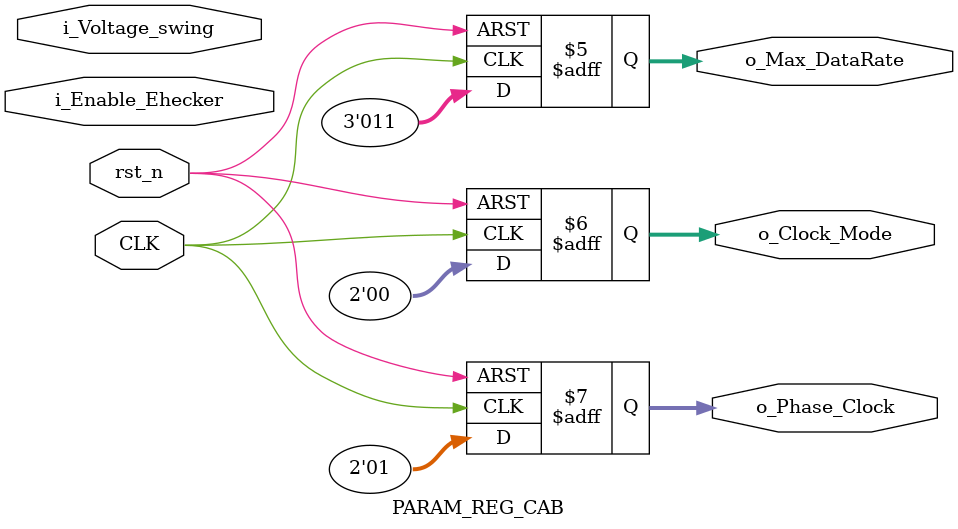
<source format=v>
module PARAM_REG_CAB (
 	input 				CLK,
  	input 				rst_n,
 	input [4:0]			i_Voltage_swing,
	input               i_Enable_Ehecker,         
	
	output reg [2:0]	o_Max_DataRate,
	output reg [1:0]	o_Clock_Mode,o_Phase_Clock
);
reg [4:0] Voltage_swing;
always @(posedge CLK or negedge rst_n) begin
	if(~rst_n) begin
		o_Max_DataRate		<=0;
		o_Clock_Mode		<=0;
		o_Phase_Clock		<=0;
		Voltage_swing 		<=0;
	end else begin
		o_Max_DataRate		<=3;
		o_Clock_Mode 		<=2'b00;
		o_Phase_Clock 		<=2'b01;
		if (i_Enable_Ehecker)
		Voltage_swing 		<=i_Voltage_swing;
	end
end
endmodule 
</source>
